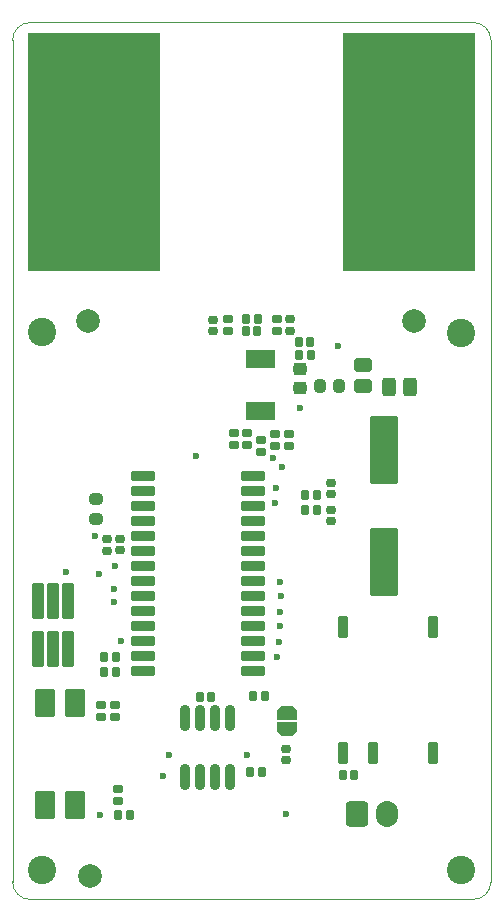
<source format=gbr>
%TF.GenerationSoftware,KiCad,Pcbnew,(7.0.0)*%
%TF.CreationDate,2023-07-13T15:07:20+05:30*%
%TF.ProjectId,EMO current sense INA190,454d4f20-6375-4727-9265-6e742073656e,1*%
%TF.SameCoordinates,Original*%
%TF.FileFunction,Soldermask,Top*%
%TF.FilePolarity,Negative*%
%FSLAX46Y46*%
G04 Gerber Fmt 4.6, Leading zero omitted, Abs format (unit mm)*
G04 Created by KiCad (PCBNEW (7.0.0)) date 2023-07-13 15:07:20*
%MOMM*%
%LPD*%
G01*
G04 APERTURE LIST*
G04 Aperture macros list*
%AMRoundRect*
0 Rectangle with rounded corners*
0 $1 Rounding radius*
0 $2 $3 $4 $5 $6 $7 $8 $9 X,Y pos of 4 corners*
0 Add a 4 corners polygon primitive as box body*
4,1,4,$2,$3,$4,$5,$6,$7,$8,$9,$2,$3,0*
0 Add four circle primitives for the rounded corners*
1,1,$1+$1,$2,$3*
1,1,$1+$1,$4,$5*
1,1,$1+$1,$6,$7*
1,1,$1+$1,$8,$9*
0 Add four rect primitives between the rounded corners*
20,1,$1+$1,$2,$3,$4,$5,0*
20,1,$1+$1,$4,$5,$6,$7,0*
20,1,$1+$1,$6,$7,$8,$9,0*
20,1,$1+$1,$8,$9,$2,$3,0*%
%AMFreePoly0*
4,1,37,0.550000,0.836603,0.586603,0.800000,0.600000,0.750000,0.600000,-0.750000,0.586603,-0.800000,0.550000,-0.836603,0.500000,-0.850000,0.000000,-0.850000,-0.018993,-0.844911,-0.071157,-0.844911,-0.099330,-0.840860,-0.235881,-0.800765,-0.261772,-0.788941,-0.381494,-0.712000,-0.403005,-0.693361,-0.496202,-0.585806,-0.511590,-0.561861,-0.570709,-0.432407,-0.578728,-0.405098,-0.598982,-0.264232,
-0.600000,-0.250000,-0.600000,0.250000,-0.598982,0.264232,-0.578728,0.405098,-0.570709,0.432407,-0.511590,0.561861,-0.496202,0.585806,-0.403005,0.693361,-0.381494,0.712000,-0.261772,0.788941,-0.235881,0.800765,-0.099330,0.840860,-0.071157,0.844911,-0.018993,0.844911,0.000000,0.850000,0.500000,0.850000,0.550000,0.836603,0.550000,0.836603,$1*%
%AMFreePoly1*
4,1,37,0.018993,0.844911,0.071157,0.844911,0.099330,0.840860,0.235881,0.800765,0.261772,0.788941,0.381494,0.712000,0.403005,0.693361,0.496202,0.585806,0.511590,0.561861,0.570709,0.432407,0.578728,0.405098,0.598982,0.264232,0.600000,0.250000,0.600000,-0.250000,0.598982,-0.264232,0.578728,-0.405098,0.570709,-0.432407,0.511590,-0.561861,0.496202,-0.585806,0.403005,-0.693361,
0.381494,-0.712000,0.261772,-0.788941,0.235881,-0.800765,0.099330,-0.840860,0.071157,-0.844911,0.018993,-0.844911,0.000000,-0.850000,-0.500000,-0.850000,-0.550000,-0.836603,-0.586603,-0.800000,-0.600000,-0.750000,-0.600000,0.750000,-0.586603,0.800000,-0.550000,0.836603,-0.500000,0.850000,0.000000,0.850000,0.018993,0.844911,0.018993,0.844911,$1*%
G04 Aperture macros list end*
%ADD10C,2.400000*%
%ADD11RoundRect,0.235000X0.185000X-0.135000X0.185000X0.135000X-0.185000X0.135000X-0.185000X-0.135000X0*%
%ADD12RoundRect,0.235000X-0.185000X0.135000X-0.185000X-0.135000X0.185000X-0.135000X0.185000X0.135000X0*%
%ADD13RoundRect,0.240000X-0.170000X0.140000X-0.170000X-0.140000X0.170000X-0.140000X0.170000X0.140000X0*%
%ADD14C,0.600000*%
%ADD15RoundRect,0.240000X0.140000X0.170000X-0.140000X0.170000X-0.140000X-0.170000X0.140000X-0.170000X0*%
%ADD16FreePoly0,90.000000*%
%ADD17FreePoly1,90.000000*%
%ADD18RoundRect,0.240000X0.170000X-0.140000X0.170000X0.140000X-0.170000X0.140000X-0.170000X-0.140000X0*%
%ADD19RoundRect,0.300000X-0.275000X0.200000X-0.275000X-0.200000X0.275000X-0.200000X0.275000X0.200000X0*%
%ADD20RoundRect,0.100000X1.050000X2.800000X-1.050000X2.800000X-1.050000X-2.800000X1.050000X-2.800000X0*%
%ADD21RoundRect,0.250000X-0.150000X0.825000X-0.150000X-0.825000X0.150000X-0.825000X0.150000X0.825000X0*%
%ADD22C,2.000000*%
%ADD23RoundRect,0.100000X0.330200X-0.800100X0.330200X0.800100X-0.330200X0.800100X-0.330200X-0.800100X0*%
%ADD24RoundRect,0.235000X0.135000X0.185000X-0.135000X0.185000X-0.135000X-0.185000X0.135000X-0.185000X0*%
%ADD25RoundRect,0.100000X0.370000X1.395000X-0.370000X1.395000X-0.370000X-1.395000X0.370000X-1.395000X0*%
%ADD26RoundRect,0.235000X-0.135000X-0.185000X0.135000X-0.185000X0.135000X0.185000X-0.135000X0.185000X0*%
%ADD27RoundRect,0.300000X0.200000X0.275000X-0.200000X0.275000X-0.200000X-0.275000X0.200000X-0.275000X0*%
%ADD28RoundRect,0.350000X-0.450000X0.262500X-0.450000X-0.262500X0.450000X-0.262500X0.450000X0.262500X0*%
%ADD29RoundRect,0.100000X-0.775000X-1.050000X0.775000X-1.050000X0.775000X1.050000X-0.775000X1.050000X0*%
%ADD30RoundRect,0.350000X-0.262500X-0.450000X0.262500X-0.450000X0.262500X0.450000X-0.262500X0.450000X0*%
%ADD31RoundRect,0.100000X5.500000X10.000000X-5.500000X10.000000X-5.500000X-10.000000X5.500000X-10.000000X0*%
%ADD32RoundRect,0.100000X1.000000X1.500000X-1.000000X1.500000X-1.000000X-1.500000X1.000000X-1.500000X0*%
%ADD33RoundRect,0.100000X-1.000000X-1.500000X1.000000X-1.500000X1.000000X1.500000X-1.000000X1.500000X0*%
%ADD34RoundRect,0.100000X0.150000X0.700000X-0.150000X0.700000X-0.150000X-0.700000X0.150000X-0.700000X0*%
%ADD35RoundRect,0.325000X0.250000X-0.225000X0.250000X0.225000X-0.250000X0.225000X-0.250000X-0.225000X0*%
%ADD36RoundRect,0.100000X-0.925000X0.325000X-0.925000X-0.325000X0.925000X-0.325000X0.925000X0.325000X0*%
%ADD37RoundRect,0.350000X-0.600000X-0.750000X0.600000X-0.750000X0.600000X0.750000X-0.600000X0.750000X0*%
%ADD38O,1.900000X2.200000*%
%TA.AperFunction,Profile*%
%ADD39C,0.100000*%
%TD*%
G04 APERTURE END LIST*
D10*
%TO.C,H2*%
X191480000Y-98230000D03*
%TD*%
D11*
%TO.C,R20*%
X162190000Y-85310000D03*
X162190000Y-84290000D03*
%TD*%
D12*
%TO.C,R15*%
X172220000Y-61290000D03*
X172220000Y-62310000D03*
%TD*%
D13*
%TO.C,C5*%
X161470000Y-70270000D03*
X161470000Y-71230000D03*
%TD*%
D12*
%TO.C,R1*%
X175890000Y-51610000D03*
X175890000Y-52630000D03*
%TD*%
D13*
%TO.C,C20*%
X177010000Y-51630000D03*
X177010000Y-52590000D03*
%TD*%
D14*
%TO.C,TP2*%
X177800000Y-59100000D03*
%TD*%
D11*
%TO.C,R8*%
X174530000Y-62870000D03*
X174530000Y-61850000D03*
%TD*%
D14*
%TO.C,5V_PIC1*%
X158040000Y-73020000D03*
%TD*%
%TO.C,TP23*%
X162060000Y-75580000D03*
%TD*%
D10*
%TO.C,H1*%
X156030000Y-98230000D03*
%TD*%
D14*
%TO.C,TP13*%
X175900000Y-80200000D03*
%TD*%
D15*
%TO.C,C10*%
X174220000Y-52650000D03*
X173260000Y-52650000D03*
%TD*%
D14*
%TO.C,TP21*%
X160840000Y-73190000D03*
%TD*%
%TO.C,TP14*%
X176050000Y-78980000D03*
%TD*%
D12*
%TO.C,R19*%
X161010000Y-84280000D03*
X161010000Y-85300000D03*
%TD*%
D14*
%TO.C,TP7*%
X176320000Y-64160000D03*
%TD*%
D16*
%TO.C,JP1*%
X176720000Y-86290000D03*
D17*
X176720000Y-84990000D03*
%TD*%
D18*
%TO.C,C19*%
X170500000Y-52630000D03*
X170500000Y-51670000D03*
%TD*%
D19*
%TO.C,R10*%
X160530000Y-66865000D03*
X160530000Y-68515000D03*
%TD*%
D20*
%TO.C,Y2*%
X184930000Y-72220000D03*
X184930000Y-62720000D03*
%TD*%
D15*
%TO.C,C6*%
X170290000Y-83570000D03*
X169330000Y-83570000D03*
%TD*%
D21*
%TO.C,U3*%
X171905000Y-85405000D03*
X170635000Y-85405000D03*
X169365000Y-85405000D03*
X168095000Y-85405000D03*
X168095000Y-90355000D03*
X169365000Y-90355000D03*
X170635000Y-90355000D03*
X171905000Y-90355000D03*
%TD*%
D22*
%TO.C,FID3*%
X187490000Y-51790000D03*
%TD*%
D23*
%TO.C,U4*%
X181450000Y-88308600D03*
X183990000Y-88308600D03*
X189070000Y-88308600D03*
X189070000Y-77691400D03*
X181450000Y-77691400D03*
%TD*%
D15*
%TO.C,C15*%
X178700000Y-53560000D03*
X177740000Y-53560000D03*
%TD*%
D24*
%TO.C,R5*%
X162280000Y-81500000D03*
X161260000Y-81500000D03*
%TD*%
D25*
%TO.C,J1*%
X158155000Y-75465000D03*
X158155000Y-79535000D03*
X156885000Y-75465000D03*
X156885000Y-79535000D03*
X155615000Y-75465000D03*
X155615000Y-79535000D03*
%TD*%
D26*
%TO.C,R26*%
X179260000Y-67750000D03*
X178240000Y-67750000D03*
%TD*%
D14*
%TO.C,TP10*%
X175760000Y-67160000D03*
%TD*%
D26*
%TO.C,R4*%
X178250000Y-66500000D03*
X179270000Y-66500000D03*
%TD*%
D14*
%TO.C,TP6*%
X175520000Y-63370000D03*
%TD*%
D10*
%TO.C,H3*%
X191470000Y-52780000D03*
%TD*%
D13*
%TO.C,C17*%
X162600000Y-70240000D03*
X162600000Y-71200000D03*
%TD*%
D14*
%TO.C,TP1*%
X160860000Y-93620000D03*
%TD*%
D10*
%TO.C,H4*%
X156020000Y-52720000D03*
%TD*%
D14*
%TO.C,TP11*%
X175770000Y-65880000D03*
%TD*%
D22*
%TO.C,FID1*%
X160040000Y-98740000D03*
%TD*%
D15*
%TO.C,C18*%
X174250000Y-51580000D03*
X173290000Y-51580000D03*
%TD*%
D14*
%TO.C,TP15*%
X176140000Y-77620000D03*
%TD*%
%TO.C,TP9*%
X181030000Y-53930000D03*
%TD*%
%TO.C,TP18*%
X176160000Y-73840000D03*
%TD*%
%TO.C,TP22*%
X162170000Y-72540000D03*
%TD*%
D24*
%TO.C,R25*%
X174600000Y-89990000D03*
X173580000Y-89990000D03*
%TD*%
D12*
%TO.C,R17*%
X175760000Y-61320000D03*
X175760000Y-62340000D03*
%TD*%
D14*
%TO.C,TP3*%
X176630000Y-93530000D03*
%TD*%
D22*
%TO.C,FID2*%
X159890000Y-51770000D03*
%TD*%
D15*
%TO.C,C11*%
X178730000Y-54620000D03*
X177770000Y-54620000D03*
%TD*%
D14*
%TO.C,TP25*%
X162670000Y-78890000D03*
%TD*%
D12*
%TO.C,R18*%
X176870000Y-61310000D03*
X176870000Y-62330000D03*
%TD*%
D27*
%TO.C,R24*%
X181165000Y-57290000D03*
X179515000Y-57290000D03*
%TD*%
D11*
%TO.C,R22*%
X162410000Y-92440000D03*
X162410000Y-91420000D03*
%TD*%
D14*
%TO.C,TP8*%
X169070000Y-63210000D03*
%TD*%
D15*
%TO.C,C1*%
X182420000Y-90220000D03*
X181460000Y-90220000D03*
%TD*%
D14*
%TO.C,TP24*%
X160510000Y-69960000D03*
%TD*%
%TO.C,TP27*%
X166220000Y-90340000D03*
%TD*%
%TO.C,TP20*%
X162090000Y-74440000D03*
%TD*%
D24*
%TO.C,R14*%
X162270000Y-80250000D03*
X161250000Y-80250000D03*
%TD*%
D13*
%TO.C,C3*%
X180480000Y-67780000D03*
X180480000Y-68740000D03*
%TD*%
D28*
%TO.C,R11*%
X183134000Y-55477500D03*
X183134000Y-57302500D03*
%TD*%
D24*
%TO.C,R9*%
X174880000Y-83550000D03*
X173860000Y-83550000D03*
%TD*%
D14*
%TO.C,TP16*%
X176170000Y-76390000D03*
%TD*%
D26*
%TO.C,R21*%
X162450000Y-93610000D03*
X163470000Y-93610000D03*
%TD*%
D18*
%TO.C,C12*%
X180440000Y-66460000D03*
X180440000Y-65500000D03*
%TD*%
D29*
%TO.C,U7*%
X158810000Y-84140000D03*
X156270000Y-84140000D03*
X156270000Y-92740000D03*
X158810000Y-92740000D03*
%TD*%
D30*
%TO.C,R2*%
X185337500Y-57350000D03*
X187162500Y-57350000D03*
%TD*%
D14*
%TO.C,TP4*%
X173370000Y-88560000D03*
%TD*%
D31*
%TO.C,J2*%
X187100000Y-37490000D03*
D32*
X182650000Y-37390000D03*
D33*
X164850000Y-37340000D03*
D31*
X160400000Y-37500000D03*
%TD*%
D34*
%TO.C,U2*%
X173500000Y-59400000D03*
X174000000Y-59400000D03*
X174500000Y-59400000D03*
X175000000Y-59400000D03*
X175500000Y-59400000D03*
X175500000Y-55000000D03*
X175000000Y-55000000D03*
X174500000Y-55000000D03*
X174000000Y-55000000D03*
X173500000Y-55000000D03*
%TD*%
D14*
%TO.C,TP5*%
X166770000Y-88540000D03*
%TD*%
D12*
%TO.C,R16*%
X173330000Y-61290000D03*
X173330000Y-62310000D03*
%TD*%
D14*
%TO.C,TP17*%
X176190000Y-75100000D03*
%TD*%
D35*
%TO.C,C7*%
X177800000Y-57417000D03*
X177800000Y-55867000D03*
%TD*%
D12*
%TO.C,R7*%
X171700000Y-51640000D03*
X171700000Y-52660000D03*
%TD*%
D36*
%TO.C,U5*%
X173860000Y-81450000D03*
X173860000Y-80180000D03*
X173860000Y-78910000D03*
X173860000Y-77640000D03*
X173860000Y-76370000D03*
X173860000Y-75100000D03*
X173860000Y-73830000D03*
X173860000Y-72560000D03*
X173860000Y-71290000D03*
X173860000Y-70020000D03*
X173860000Y-68750000D03*
X173860000Y-67480000D03*
X173860000Y-66210000D03*
X173860000Y-64940000D03*
X164510000Y-64940000D03*
X164510000Y-66210000D03*
X164510000Y-67480000D03*
X164510000Y-68750000D03*
X164510000Y-70020000D03*
X164510000Y-71290000D03*
X164510000Y-72560000D03*
X164510000Y-73830000D03*
X164510000Y-75100000D03*
X164510000Y-76370000D03*
X164510000Y-77640000D03*
X164510000Y-78910000D03*
X164510000Y-80180000D03*
X164510000Y-81450000D03*
%TD*%
D13*
%TO.C,C4*%
X176680000Y-88020000D03*
X176680000Y-88980000D03*
%TD*%
D37*
%TO.C,J3*%
X182660000Y-93542500D03*
D38*
X185159999Y-93542499D03*
%TD*%
D39*
X155000000Y-100750000D02*
X192500000Y-100750000D01*
X155000000Y-26500000D02*
X192500000Y-26500000D01*
X153500000Y-47500000D02*
X153500000Y-99250000D01*
X153500000Y-99250000D02*
G75*
G03*
X155000000Y-100750000I1500000J0D01*
G01*
X194000000Y-48375000D02*
X194000000Y-99250000D01*
X192500000Y-100750000D02*
G75*
G03*
X194000000Y-99250000I0J1500000D01*
G01*
X155000000Y-26500000D02*
G75*
G03*
X153500000Y-28000000I0J-1500000D01*
G01*
X194000000Y-28000000D02*
G75*
G03*
X192500000Y-26500000I-1500000J0D01*
G01*
X153500000Y-47500000D02*
X153500000Y-28000000D01*
X194000000Y-28000000D02*
X194000000Y-48375000D01*
M02*

</source>
